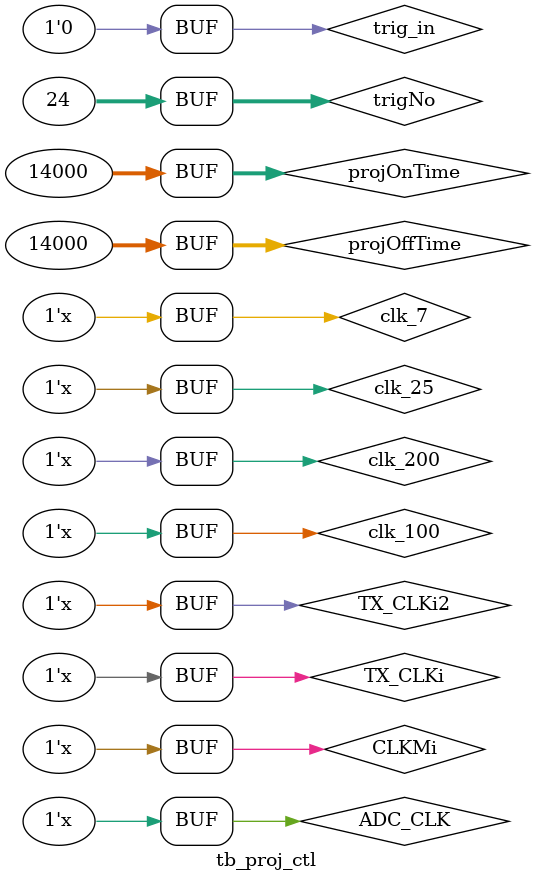
<source format=v>
`timescale 1ns / 1ps


module tb_proj_ctl(

    );
    

    reg clk_200,clk_25, trig_in;
    wire trig_out;
    reg [31:0] trigNo, projOnTime, projOffTime;


	reg clk_100; initial clk_100 = 1'b0; always #5   clk_100 = ~clk_100; 
	reg clk_200; initial clk_200 = 1'b0; always #2.5 clk_200 = ~clk_200; 
    reg clk_7  ; initial clk_7   = 1'b0; always #35  clk_7   = ~clk_7; 
	reg clk_25;  initial clk_25  = 1'b0; always #20   clk_25 = ~clk_25;

    wire CLKMi, TX_CLKi, TX_CLKi2;
    assign CLKMi = clk_100;
    assign TX_CLKi  = clk_100;
    assign TX_CLKi2 = clk_200;
    assign ADC_CLK  = clk_7;
	reg rst;

	wire [7:0] ROWADD;
	wire [7:0] ROWADD_EXP;
	wire [7:0] ROWADD_RO;
    
	wire ex_trigger;	
	wire re_busy;


	//RO----------------------------------------
	
	parameter
		NUM_SAMP	= 2,
		NUM_ROW		= 4,
		T_PIX		= 100,
		T1         = 5,
		T2         = 100,
		T3         = 20,
		T4         = 10,
		T5         = 14,
		T6         = 6,
		T7         = 17,
		T8         = 14,
	    TADC       = 13,
	    TOSR       = 115,
	    TReadRst   = 100,
	    Tbuck      = 1652;

    parameter
        wireNumPat  = 4,
        NumRep      = 10,
        NumGsub     = 0,
        Tproj_dly   = 38000,
        Tgl_res     = 200,
        Tadd        = 3,
//        wireExp     = 40000,
        wireExp     = 672350,
        TLedOn      = 30000,
        Tdes2_d     = 2,
        Tdes2_w     = 4,
        Tmsken_d    = 3,
        Tmsken_w    = 4,
        Tgsub_w     = 100,
        TExpRst     = 19010,
        TdrainR_d   = 10,
        TdrainF_d   = 15;
    

Readout_v1_T4	#(.NUM_ROW(10))
    u_readout_v1_T4(
	.rst(rst),
	.trigger_i(ex_trigger),
	.re_busy(re_busy),
  	.ROWADD(ROWADD_RO),
	.PIXREAD_SEL(PIXREAD_EN),
 	.PIXLEFTBUCK_SEL(PIXLEFTBUCK_SEL_i),
  	.PIXRES(PIXRES),
 	.COLLOAD_EN(),
  	.PRECH_COL(COL_PRECH),
  	//.ADC_EN_N(ADC_EN_PRE),
	.ADC_EN_N(),
  	.DATA_LOAD(DATA_LOAD),
  	.RST_ADC(RST_ADC),
 	.RST_OUTMUX(RST_OUTMUX),
  	.ADC_CLK(ADC_CLK),
	.ADC_DATA_VALID(ADC_DATA_VALID),
  	.TX_CLK(TX_CLKi),
  	.TX_CLKx2(TX_CLKi2),
	.TX_CLK_OUT(TXCLK_OUT),
//	.TX_CLK_OUT(1),
	.Tbuck(Tbuck),
	.T1(T1),
	.T2(T2),
	.T3(T3),
	.T4(T4),
	.T5(T5),
	.T6(T6),
	.T7(T7),
	.T8(T8),
	.T_ADC(TADC),
	.T_OSR(TOSR),
	.Treset(TReadRst)
    );

    
	//EXP-------------------------------------- 
    wire PIXGLOB_RES;
	Exposure_v1_T4	#(.NUM_ROW(320))
	 exposure_inst (
		.rst(rst),
        .CLKM(CLKMi),
		.trigger_o(ex_trigger),
		.re_busy(re_busy),
		.PIXGSUBC(PIXGSUBC),
		.PIXDRAIN(PIXDRAIN),
//		.PIXGLOB_RES(PIXGLOB_RES_i),
		.PIXGLOB_RES(PIXGLOB_RES),
		.PIXVTG_GLOB(PIXVTG_GLOB),
		.MASK_EN(MASK_EN),
		.EN_STREAM(rd_enable),
		.DES_2ND(DES),
		.PROJ_TRG(PROJ_TRG),
		.ROWADD(ROWADD_EXP),
		.contrastLED(contrastLED),

		.NUM_PAT(wireNumPat),
		.NUM_REP(NumRep),
		.NUM_GSUB(NumGsub),
		.Tproj_dly(Tproj_dly),
		.Tgl_res(Tgl_res),
		.Tadd(Tadd),
		.Texp_ctrl(wireExp),
		.Tdes2_d(Tdes2_d),
		.Tdes2_w(Tdes2_w),
		.Tmsken_d(Tmsken_d),
		.Tmsken_w(Tmsken_w),
		.Tgsub_w(Tgsub_w),
		.Treset(TExpRst),
		.TdrainR_d(TdrainR_d),
		.TdrainF_d(TdrainF_d),
	    .TLedOn(TLedOn)
	);

	assign ROWADD = (re_busy) ? ROWADD_RO : ROWADD_EXP;

	
	//set initial values
	    integer cnt_busy = 0;
    always @(posedge clk_100) begin
		if (rst) begin
			//ex_trigger <= 1'b0;
			cnt_busy <= cnt_busy + 1;
			if (cnt_busy >= 20) begin
			     rst <= 1'b0;
			     cnt_busy <= 1'b0;
			end
		end 
    end
    //set initial values
    
	initial begin
	       rst = 1'b1;
    #20	   rst = 0;
    
	end

    
    proj_ctl DUT(
        .clk(CLKMi),                  // input clk                     
        .trig_in(PROJ_TRG),              // proj_trg generated by exposure
        .trig_out(trig_out),            // Off time for projector        
        .trigNo(trigNo),                // On time for projector         
        .projOffTime(projOffTime),      // Number of triggers            
        .projOnTime(projOnTime)         // output trigger                
    );
    
    initial begin
        clk_200     = 0;
        clk_25      = 0;
        trig_in     = 0;
        trigNo      = 24;
        projOffTime = 70*1000/5;
        projOnTime  = 70*1000/5; 
    
        #200 trig_in = 1;
        #20 trig_in = 0;
    
        #4980 trig_in = 1;
        #20 trig_in = 0;
    end
	
    
endmodule

</source>
